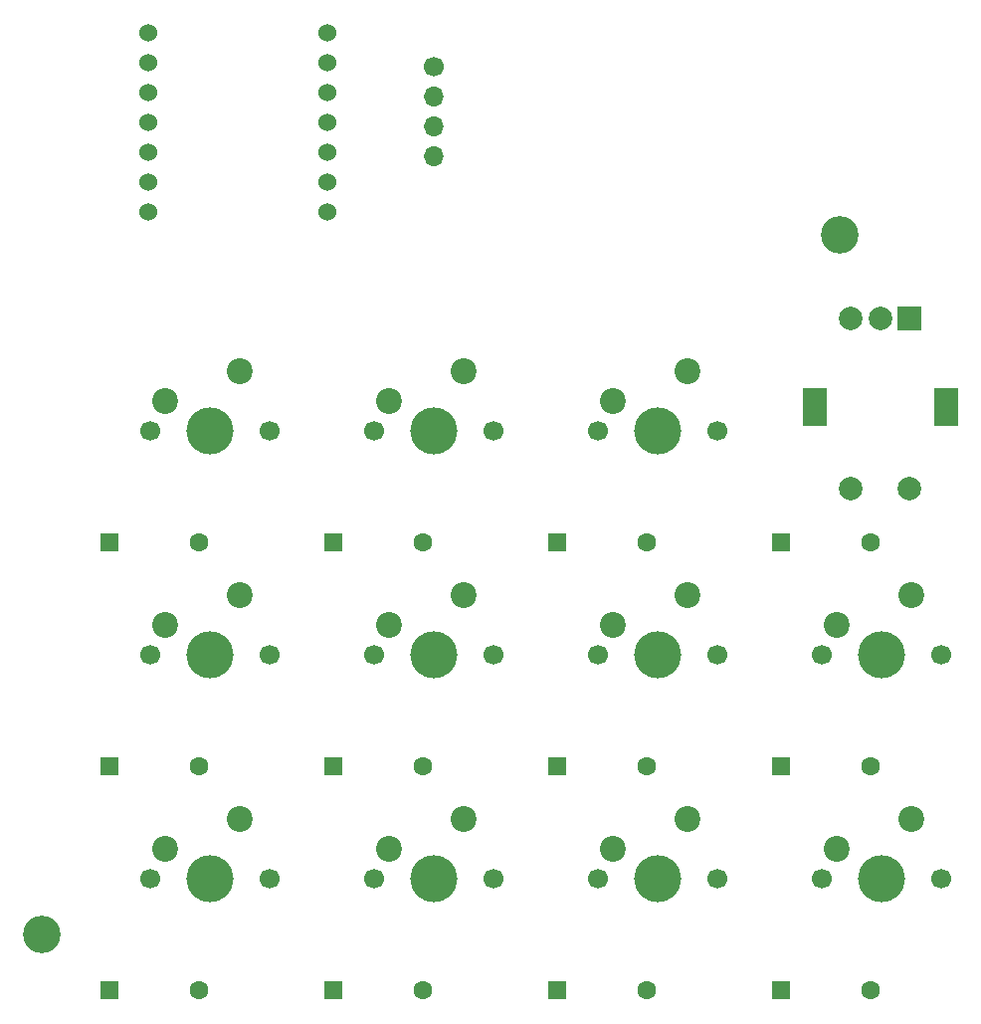
<source format=gbr>
%TF.GenerationSoftware,KiCad,Pcbnew,9.0.6*%
%TF.CreationDate,2025-12-24T16:22:33+00:00*%
%TF.ProjectId,Macro Pad,4d616372-6f20-4506-9164-2e6b69636164,rev?*%
%TF.SameCoordinates,Original*%
%TF.FileFunction,Soldermask,Bot*%
%TF.FilePolarity,Negative*%
%FSLAX46Y46*%
G04 Gerber Fmt 4.6, Leading zero omitted, Abs format (unit mm)*
G04 Created by KiCad (PCBNEW 9.0.6) date 2025-12-24 16:22:33*
%MOMM*%
%LPD*%
G01*
G04 APERTURE LIST*
G04 Aperture macros list*
%AMRoundRect*
0 Rectangle with rounded corners*
0 $1 Rounding radius*
0 $2 $3 $4 $5 $6 $7 $8 $9 X,Y pos of 4 corners*
0 Add a 4 corners polygon primitive as box body*
4,1,4,$2,$3,$4,$5,$6,$7,$8,$9,$2,$3,0*
0 Add four circle primitives for the rounded corners*
1,1,$1+$1,$2,$3*
1,1,$1+$1,$4,$5*
1,1,$1+$1,$6,$7*
1,1,$1+$1,$8,$9*
0 Add four rect primitives between the rounded corners*
20,1,$1+$1,$2,$3,$4,$5,0*
20,1,$1+$1,$4,$5,$6,$7,0*
20,1,$1+$1,$6,$7,$8,$9,0*
20,1,$1+$1,$8,$9,$2,$3,0*%
G04 Aperture macros list end*
%ADD10C,1.600000*%
%ADD11RoundRect,0.250000X-0.550000X-0.550000X0.550000X-0.550000X0.550000X0.550000X-0.550000X0.550000X0*%
%ADD12C,3.200000*%
%ADD13C,1.700000*%
%ADD14C,4.000000*%
%ADD15C,2.200000*%
%ADD16O,1.700000X1.700000*%
%ADD17R,2.000000X3.200000*%
%ADD18R,2.000000X2.000000*%
%ADD19C,2.000000*%
%ADD20C,1.524000*%
G04 APERTURE END LIST*
D10*
%TO.C,D10*%
X108585000Y-73818750D03*
D11*
X100965000Y-73818750D03*
%TD*%
D12*
%TO.C,REF\u002A\u002A*%
X105999807Y-47625000D03*
%TD*%
%TO.C,REF\u002A\u002A*%
X38100000Y-107156250D03*
%TD*%
D13*
%TO.C,SW8*%
X85407500Y-83343750D03*
D14*
X90487500Y-83343750D03*
D13*
X95567500Y-83343750D03*
D15*
X93027500Y-78263750D03*
X86677500Y-80803750D03*
%TD*%
D11*
%TO.C,D11*%
X100965000Y-92868750D03*
D10*
X108585000Y-92868750D03*
%TD*%
D13*
%TO.C,SW9*%
X85407500Y-102393750D03*
D14*
X90487500Y-102393750D03*
D13*
X95567500Y-102393750D03*
D15*
X93027500Y-97313750D03*
X86677500Y-99853750D03*
%TD*%
D11*
%TO.C,D8*%
X81915000Y-92868750D03*
D10*
X89535000Y-92868750D03*
%TD*%
D13*
%TO.C,J1*%
X71437500Y-33337500D03*
D16*
X71437500Y-35877500D03*
X71437500Y-38417500D03*
X71437500Y-40957500D03*
%TD*%
D11*
%TO.C,D1*%
X43815000Y-73818750D03*
D10*
X51435000Y-73818750D03*
%TD*%
D13*
%TO.C,SW5*%
X66357500Y-83343750D03*
D14*
X71437500Y-83343750D03*
D13*
X76517500Y-83343750D03*
D15*
X73977500Y-78263750D03*
X67627500Y-80803750D03*
%TD*%
D11*
%TO.C,D4*%
X62865000Y-73818750D03*
D10*
X70485000Y-73818750D03*
%TD*%
D11*
%TO.C,D12*%
X100965000Y-111918750D03*
D10*
X108585000Y-111918750D03*
%TD*%
D13*
%TO.C,SW3*%
X47307500Y-102393750D03*
D14*
X52387500Y-102393750D03*
D13*
X57467500Y-102393750D03*
D15*
X54927500Y-97313750D03*
X48577500Y-99853750D03*
%TD*%
D13*
%TO.C,SW1*%
X47307500Y-64293750D03*
D14*
X52387500Y-64293750D03*
D13*
X57467500Y-64293750D03*
D15*
X54927500Y-59213750D03*
X48577500Y-61753750D03*
%TD*%
D11*
%TO.C,D3*%
X43815000Y-111918750D03*
D10*
X51435000Y-111918750D03*
%TD*%
D11*
%TO.C,D5*%
X62865000Y-92868750D03*
D10*
X70485000Y-92868750D03*
%TD*%
D17*
%TO.C,SW13*%
X115018750Y-62268750D03*
X103818750Y-62268750D03*
D18*
X111918750Y-54768750D03*
D19*
X106918750Y-54768750D03*
X109418750Y-54768750D03*
X106918750Y-69268750D03*
X111918750Y-69268750D03*
%TD*%
D11*
%TO.C,D7*%
X81915000Y-73818750D03*
D10*
X89535000Y-73818750D03*
%TD*%
D20*
%TO.C,U1*%
X47148750Y-30480000D03*
X47148750Y-33020000D03*
X47148750Y-35560000D03*
X47148750Y-38100000D03*
X47148750Y-40640000D03*
X47148750Y-43180000D03*
X47148750Y-45720000D03*
X62388750Y-45720000D03*
X62388750Y-43180000D03*
X62388750Y-40640000D03*
X62388750Y-38100000D03*
X62388750Y-35560000D03*
X62388750Y-33020000D03*
X62388750Y-30480000D03*
%TD*%
D11*
%TO.C,D2*%
X43815000Y-92868750D03*
D10*
X51435000Y-92868750D03*
%TD*%
D13*
%TO.C,SW7*%
X85407500Y-64293750D03*
D14*
X90487500Y-64293750D03*
D13*
X95567500Y-64293750D03*
D15*
X93027500Y-59213750D03*
X86677500Y-61753750D03*
%TD*%
D11*
%TO.C,D6*%
X62865000Y-111918750D03*
D10*
X70485000Y-111918750D03*
%TD*%
D13*
%TO.C,SW4*%
X66357500Y-64293750D03*
D14*
X71437500Y-64293750D03*
D13*
X76517500Y-64293750D03*
D15*
X73977500Y-59213750D03*
X67627500Y-61753750D03*
%TD*%
D13*
%TO.C,SW2*%
X47307500Y-83343750D03*
D14*
X52387500Y-83343750D03*
D13*
X57467500Y-83343750D03*
D15*
X54927500Y-78263750D03*
X48577500Y-80803750D03*
%TD*%
D11*
%TO.C,D9*%
X81915000Y-111918750D03*
D10*
X89535000Y-111918750D03*
%TD*%
D13*
%TO.C,SW11*%
X104457500Y-102393750D03*
D14*
X109537500Y-102393750D03*
D13*
X114617500Y-102393750D03*
D15*
X112077500Y-97313750D03*
X105727500Y-99853750D03*
%TD*%
D13*
%TO.C,SW6*%
X66357500Y-102393750D03*
D14*
X71437500Y-102393750D03*
D13*
X76517500Y-102393750D03*
D15*
X73977500Y-97313750D03*
X67627500Y-99853750D03*
%TD*%
D13*
%TO.C,SW10*%
X104457500Y-83343750D03*
D14*
X109537500Y-83343750D03*
D13*
X114617500Y-83343750D03*
D15*
X112077500Y-78263750D03*
X105727500Y-80803750D03*
%TD*%
M02*

</source>
